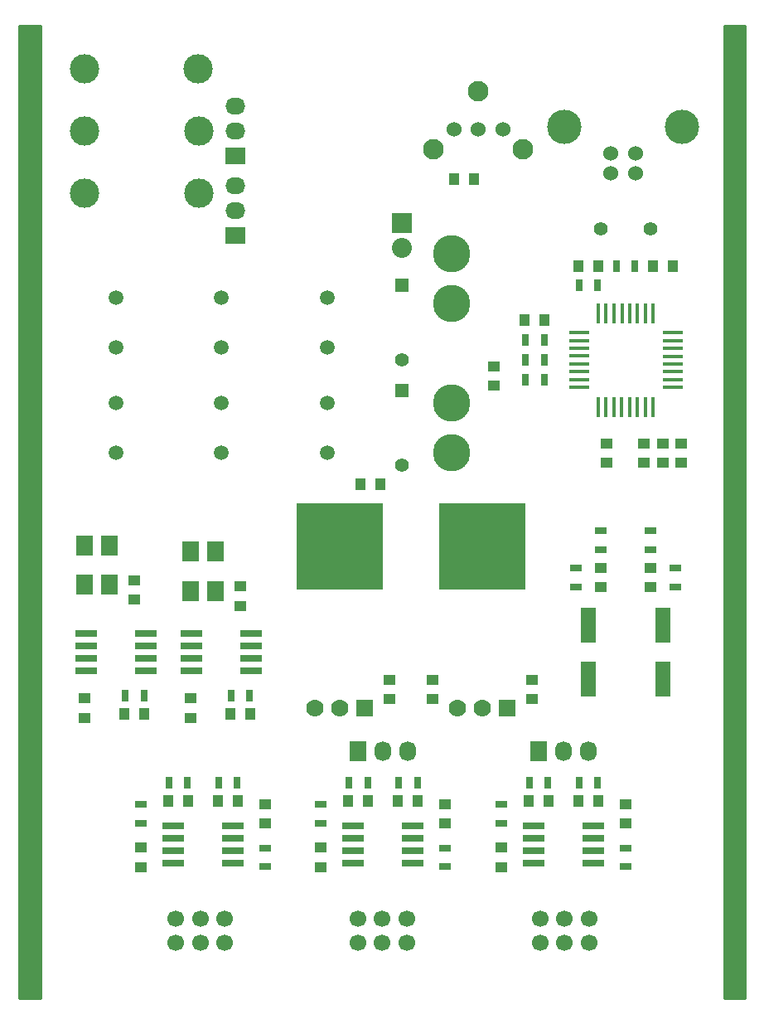
<source format=gts>
G04 #@! TF.FileFunction,Soldermask,Top*
%FSLAX46Y46*%
G04 Gerber Fmt 4.6, Leading zero omitted, Abs format (unit mm)*
G04 Created by KiCad (PCBNEW 4.0.0-rc2-stable) date 17.11.2015 23:45:42*
%MOMM*%
G01*
G04 APERTURE LIST*
%ADD10C,0.100000*%
%ADD11C,1.524000*%
%ADD12C,3.500000*%
%ADD13C,3.000000*%
%ADD14C,1.700000*%
%ADD15R,2.032000X2.032000*%
%ADD16O,2.032000X2.032000*%
%ADD17R,1.727200X2.032000*%
%ADD18O,1.727200X2.032000*%
%ADD19C,1.422400*%
%ADD20R,2.200000X0.720000*%
%ADD21R,1.998980X0.449580*%
%ADD22R,0.449580X1.998980*%
%ADD23R,1.700000X2.000000*%
%ADD24C,3.810000*%
%ADD25R,1.397000X1.397000*%
%ADD26C,1.397000*%
%ADD27R,1.600200X3.599180*%
%ADD28C,1.501140*%
%ADD29R,1.250000X1.000000*%
%ADD30R,1.000000X1.250000*%
%ADD31R,0.700000X1.300000*%
%ADD32R,1.300000X0.700000*%
%ADD33R,1.778000X1.778000*%
%ADD34C,1.778000*%
%ADD35R,8.890000X8.890000*%
%ADD36R,2.032000X1.727200*%
%ADD37O,2.032000X1.727200*%
%ADD38C,2.100000*%
%ADD39C,0.254000*%
G04 APERTURE END LIST*
D10*
D11*
X155330000Y-58399000D03*
X157870000Y-58399000D03*
X157870000Y-56400020D03*
X155330000Y-56400020D03*
D12*
X150600520Y-53700000D03*
X162599480Y-53700000D03*
D13*
X113200000Y-47750000D03*
X101550000Y-47750000D03*
X113250000Y-54100000D03*
X101550000Y-54100000D03*
X113250000Y-60450000D03*
X101550000Y-60450000D03*
D14*
X110900000Y-137000000D03*
X113400000Y-137000000D03*
X115900000Y-137000000D03*
X110900000Y-134500000D03*
X113400000Y-134500000D03*
X115900000Y-134500000D03*
X129500000Y-137000000D03*
X132000000Y-137000000D03*
X134500000Y-137000000D03*
X129500000Y-134500000D03*
X132000000Y-134500000D03*
X134500000Y-134500000D03*
X148100000Y-137000000D03*
X150600000Y-137000000D03*
X153100000Y-137000000D03*
X148100000Y-134500000D03*
X150600000Y-134500000D03*
X153100000Y-134500000D03*
D15*
X133985000Y-63500000D03*
D16*
X133985000Y-66040000D03*
D17*
X147955000Y-117475000D03*
D18*
X150495000Y-117475000D03*
X153035000Y-117475000D03*
D17*
X129540000Y-117475000D03*
D18*
X132080000Y-117475000D03*
X134620000Y-117475000D03*
D19*
X159385000Y-64135000D03*
X154305000Y-64135000D03*
D20*
X110615000Y-125095000D03*
X110615000Y-126365000D03*
X110615000Y-127635000D03*
X110615000Y-128905000D03*
X116715000Y-125095000D03*
X116715000Y-126365000D03*
X116715000Y-127635000D03*
X116715000Y-128905000D03*
X112520000Y-105410000D03*
X112520000Y-106680000D03*
X112520000Y-107950000D03*
X112520000Y-109220000D03*
X118620000Y-105410000D03*
X118620000Y-106680000D03*
X118620000Y-107950000D03*
X118620000Y-109220000D03*
X129030000Y-125095000D03*
X129030000Y-126365000D03*
X129030000Y-127635000D03*
X129030000Y-128905000D03*
X135130000Y-125095000D03*
X135130000Y-126365000D03*
X135130000Y-127635000D03*
X135130000Y-128905000D03*
X101725000Y-105410000D03*
X101725000Y-106680000D03*
X101725000Y-107950000D03*
X101725000Y-109220000D03*
X107825000Y-105410000D03*
X107825000Y-106680000D03*
X107825000Y-107950000D03*
X107825000Y-109220000D03*
X147445000Y-125095000D03*
X147445000Y-126365000D03*
X147445000Y-127635000D03*
X147445000Y-128905000D03*
X153545000Y-125095000D03*
X153545000Y-126365000D03*
X153545000Y-127635000D03*
X153545000Y-128905000D03*
D21*
X161660840Y-74693780D03*
X161660840Y-75493880D03*
X161660840Y-76293980D03*
X161660840Y-77094080D03*
X161660840Y-77894180D03*
X161660840Y-78694280D03*
X161660840Y-79494380D03*
X161660840Y-80294480D03*
X152095200Y-80289400D03*
X152095200Y-74676000D03*
X152095200Y-75488800D03*
X152095200Y-76301600D03*
X152095200Y-77089000D03*
X152095200Y-77901800D03*
X152095200Y-78689200D03*
X152095200Y-79502000D03*
D22*
X159669480Y-82296000D03*
X158871920Y-82296000D03*
X158069280Y-82296000D03*
X157271720Y-82296000D03*
X156469080Y-82296000D03*
X155671520Y-82296000D03*
X154868880Y-82296000D03*
X154071320Y-82296000D03*
X159664400Y-72694800D03*
X158877000Y-72694800D03*
X158064200Y-72694800D03*
X157276800Y-72694800D03*
X156489400Y-72694800D03*
X155676600Y-72694800D03*
X154863800Y-72694800D03*
X154051000Y-72694800D03*
D23*
X114935000Y-101060000D03*
X114935000Y-97060000D03*
X112395000Y-101060000D03*
X112395000Y-97060000D03*
X104140000Y-100425000D03*
X104140000Y-96425000D03*
X101600000Y-100425000D03*
X101600000Y-96425000D03*
D24*
X139065000Y-66675000D03*
X139065000Y-71755000D03*
X139065000Y-81915000D03*
X139065000Y-86995000D03*
D25*
X133985000Y-80645000D03*
D26*
X133985000Y-88265000D03*
D25*
X133985000Y-69850000D03*
D26*
X133985000Y-77470000D03*
D27*
X153035000Y-104564180D03*
X153035000Y-110065820D03*
X160655000Y-104564180D03*
X160655000Y-110065820D03*
D28*
X126365000Y-86995000D03*
X126365000Y-81915000D03*
X115570000Y-86995000D03*
X115570000Y-81915000D03*
X104775000Y-86995000D03*
X104775000Y-81915000D03*
D29*
X147320000Y-112125000D03*
X147320000Y-110125000D03*
X137160000Y-112125000D03*
X137160000Y-110125000D03*
D28*
X115570000Y-76200000D03*
X115570000Y-71120000D03*
X126365000Y-76200000D03*
X126365000Y-71120000D03*
X104775000Y-76200000D03*
X104775000Y-71120000D03*
D30*
X159655000Y-67945000D03*
X161655000Y-67945000D03*
X154035000Y-67945000D03*
X152035000Y-67945000D03*
X131810000Y-90170000D03*
X129810000Y-90170000D03*
D29*
X132715000Y-110125000D03*
X132715000Y-112125000D03*
D30*
X139335000Y-59055000D03*
X141335000Y-59055000D03*
X146574000Y-73406000D03*
X148574000Y-73406000D03*
D29*
X162560000Y-85995000D03*
X162560000Y-87995000D03*
X143383000Y-78121000D03*
X143383000Y-80121000D03*
X154940000Y-85995000D03*
X154940000Y-87995000D03*
X158750000Y-85995000D03*
X158750000Y-87995000D03*
X160655000Y-85995000D03*
X160655000Y-87995000D03*
X159385000Y-100695000D03*
X159385000Y-98695000D03*
X154305000Y-100695000D03*
X154305000Y-98695000D03*
X156845000Y-122825000D03*
X156845000Y-124825000D03*
X106680000Y-99965000D03*
X106680000Y-101965000D03*
D30*
X105680000Y-113665000D03*
X107680000Y-113665000D03*
X148955000Y-122555000D03*
X146955000Y-122555000D03*
D29*
X144145000Y-129270000D03*
X144145000Y-127270000D03*
X101600000Y-114030000D03*
X101600000Y-112030000D03*
D30*
X152035000Y-122555000D03*
X154035000Y-122555000D03*
D29*
X138430000Y-122825000D03*
X138430000Y-124825000D03*
X117475000Y-100600000D03*
X117475000Y-102600000D03*
D30*
X116475000Y-113665000D03*
X118475000Y-113665000D03*
X130540000Y-122555000D03*
X128540000Y-122555000D03*
D29*
X125730000Y-129270000D03*
X125730000Y-127270000D03*
X112395000Y-114030000D03*
X112395000Y-112030000D03*
D30*
X133620000Y-122555000D03*
X135620000Y-122555000D03*
D29*
X120015000Y-122825000D03*
X120015000Y-124825000D03*
D30*
X112125000Y-122555000D03*
X110125000Y-122555000D03*
D29*
X107315000Y-129270000D03*
X107315000Y-127270000D03*
D30*
X115205000Y-122555000D03*
X117205000Y-122555000D03*
D31*
X157795000Y-67945000D03*
X155895000Y-67945000D03*
X153985000Y-69850000D03*
X152085000Y-69850000D03*
X146624000Y-75438000D03*
X148524000Y-75438000D03*
X148524000Y-77470000D03*
X146624000Y-77470000D03*
X148524000Y-79502000D03*
X146624000Y-79502000D03*
D32*
X159385000Y-96835000D03*
X159385000Y-94935000D03*
X154305000Y-96835000D03*
X154305000Y-94935000D03*
X161925000Y-100645000D03*
X161925000Y-98745000D03*
X151765000Y-100645000D03*
X151765000Y-98745000D03*
X144145000Y-124775000D03*
X144145000Y-122875000D03*
D31*
X148905000Y-120650000D03*
X147005000Y-120650000D03*
D32*
X156845000Y-127320000D03*
X156845000Y-129220000D03*
D31*
X152085000Y-120650000D03*
X153985000Y-120650000D03*
X107630000Y-111760000D03*
X105730000Y-111760000D03*
D32*
X125730000Y-124775000D03*
X125730000Y-122875000D03*
D31*
X130490000Y-120650000D03*
X128590000Y-120650000D03*
D32*
X138430000Y-127320000D03*
X138430000Y-129220000D03*
D31*
X133670000Y-120650000D03*
X135570000Y-120650000D03*
X118425000Y-111760000D03*
X116525000Y-111760000D03*
D32*
X107315000Y-124775000D03*
X107315000Y-122875000D03*
D31*
X112075000Y-120650000D03*
X110175000Y-120650000D03*
D32*
X120015000Y-127320000D03*
X120015000Y-129220000D03*
D31*
X115255000Y-120650000D03*
X117155000Y-120650000D03*
D33*
X144780000Y-113030000D03*
D34*
X139700000Y-113030000D03*
X142240000Y-113030000D03*
D35*
X142240000Y-96520000D03*
D33*
X130175000Y-113030000D03*
D34*
X125095000Y-113030000D03*
X127635000Y-113030000D03*
D35*
X127635000Y-96520000D03*
D36*
X116967000Y-64770000D03*
D37*
X116967000Y-62230000D03*
X116967000Y-59690000D03*
D36*
X116967000Y-56642000D03*
D37*
X116967000Y-54102000D03*
X116967000Y-51562000D03*
D11*
X141800000Y-53900000D03*
X144300000Y-53900000D03*
X139300000Y-53900000D03*
D38*
X141800000Y-50000000D03*
X146400000Y-56000000D03*
X137200000Y-56000000D03*
D39*
G36*
X97073000Y-142673000D02*
X94927000Y-142673000D01*
X94927000Y-43327000D01*
X97073000Y-43327000D01*
X97073000Y-142673000D01*
X97073000Y-142673000D01*
G37*
X97073000Y-142673000D02*
X94927000Y-142673000D01*
X94927000Y-43327000D01*
X97073000Y-43327000D01*
X97073000Y-142673000D01*
G36*
X169073000Y-142673000D02*
X166927000Y-142673000D01*
X166927000Y-43327000D01*
X169073000Y-43327000D01*
X169073000Y-142673000D01*
X169073000Y-142673000D01*
G37*
X169073000Y-142673000D02*
X166927000Y-142673000D01*
X166927000Y-43327000D01*
X169073000Y-43327000D01*
X169073000Y-142673000D01*
M02*

</source>
